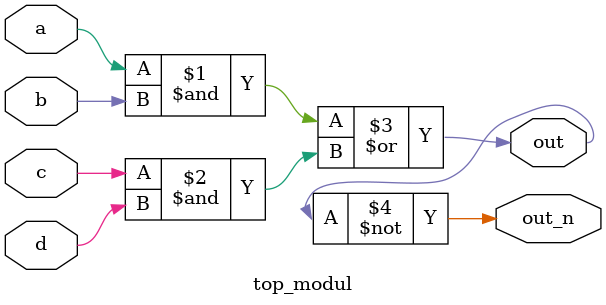
<source format=v>
module top_modul(
    input a,
    input b,
    input c,
    input d,
    output out,
    output out_n   ); 
    assign out = (a&b) | (c&d);
    assign out_n = ~out;
endmodule

// this office solve
/*
module top_module (
	input a,
	input b,
	input c,
	input d,
	output out,
	output out_n );
	
	wire w1, w2;		// Declare two wires (named w1 and w2)
	assign w1 = a&b;	// First AND gate
	assign w2 = c&d;	// Second AND gate
	assign out = w1|w2;	// OR gate: Feeds both 'out' and the NOT gate

	assign out_n = ~out;	// NOT gate
	
endmodule

*/

</source>
